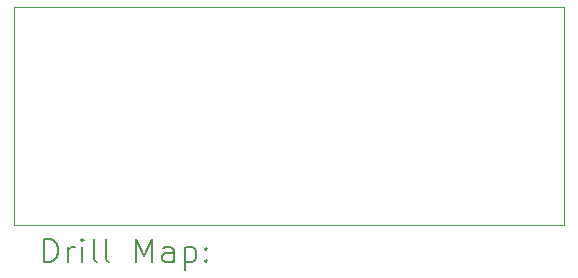
<source format=gbr>
%FSLAX45Y45*%
G04 Gerber Fmt 4.5, Leading zero omitted, Abs format (unit mm)*
G04 Created by KiCad (PCBNEW (6.0.5)) date 2024-06-23 18:04:05*
%MOMM*%
%LPD*%
G01*
G04 APERTURE LIST*
%TA.AperFunction,Profile*%
%ADD10C,0.100000*%
%TD*%
%ADD11C,0.200000*%
G04 APERTURE END LIST*
D10*
X13000000Y-8600000D02*
X17650000Y-8600000D01*
X17650000Y-8600000D02*
X17650000Y-10450000D01*
X17650000Y-10450000D02*
X13000000Y-10450000D01*
X13000000Y-10450000D02*
X13000000Y-8600000D01*
D11*
X13252619Y-10765476D02*
X13252619Y-10565476D01*
X13300238Y-10565476D01*
X13328809Y-10575000D01*
X13347857Y-10594048D01*
X13357381Y-10613095D01*
X13366905Y-10651190D01*
X13366905Y-10679762D01*
X13357381Y-10717857D01*
X13347857Y-10736905D01*
X13328809Y-10755952D01*
X13300238Y-10765476D01*
X13252619Y-10765476D01*
X13452619Y-10765476D02*
X13452619Y-10632143D01*
X13452619Y-10670238D02*
X13462143Y-10651190D01*
X13471667Y-10641667D01*
X13490714Y-10632143D01*
X13509762Y-10632143D01*
X13576428Y-10765476D02*
X13576428Y-10632143D01*
X13576428Y-10565476D02*
X13566905Y-10575000D01*
X13576428Y-10584524D01*
X13585952Y-10575000D01*
X13576428Y-10565476D01*
X13576428Y-10584524D01*
X13700238Y-10765476D02*
X13681190Y-10755952D01*
X13671667Y-10736905D01*
X13671667Y-10565476D01*
X13805000Y-10765476D02*
X13785952Y-10755952D01*
X13776428Y-10736905D01*
X13776428Y-10565476D01*
X14033571Y-10765476D02*
X14033571Y-10565476D01*
X14100238Y-10708333D01*
X14166905Y-10565476D01*
X14166905Y-10765476D01*
X14347857Y-10765476D02*
X14347857Y-10660714D01*
X14338333Y-10641667D01*
X14319286Y-10632143D01*
X14281190Y-10632143D01*
X14262143Y-10641667D01*
X14347857Y-10755952D02*
X14328809Y-10765476D01*
X14281190Y-10765476D01*
X14262143Y-10755952D01*
X14252619Y-10736905D01*
X14252619Y-10717857D01*
X14262143Y-10698810D01*
X14281190Y-10689286D01*
X14328809Y-10689286D01*
X14347857Y-10679762D01*
X14443095Y-10632143D02*
X14443095Y-10832143D01*
X14443095Y-10641667D02*
X14462143Y-10632143D01*
X14500238Y-10632143D01*
X14519286Y-10641667D01*
X14528809Y-10651190D01*
X14538333Y-10670238D01*
X14538333Y-10727381D01*
X14528809Y-10746429D01*
X14519286Y-10755952D01*
X14500238Y-10765476D01*
X14462143Y-10765476D01*
X14443095Y-10755952D01*
X14624048Y-10746429D02*
X14633571Y-10755952D01*
X14624048Y-10765476D01*
X14614524Y-10755952D01*
X14624048Y-10746429D01*
X14624048Y-10765476D01*
X14624048Y-10641667D02*
X14633571Y-10651190D01*
X14624048Y-10660714D01*
X14614524Y-10651190D01*
X14624048Y-10641667D01*
X14624048Y-10660714D01*
M02*

</source>
